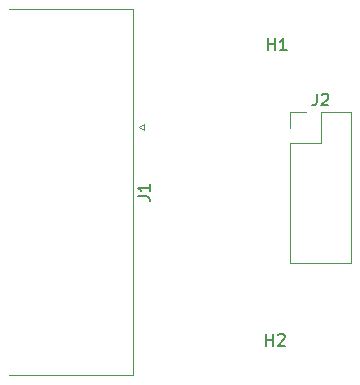
<source format=gbr>
G04 #@! TF.GenerationSoftware,KiCad,Pcbnew,5.0.2-bee76a0~70~ubuntu16.04.1*
G04 #@! TF.CreationDate,2020-03-15T16:19:44-07:00*
G04 #@! TF.ProjectId,DB9_Male,4442395f-4d61-46c6-952e-6b696361645f,rev?*
G04 #@! TF.SameCoordinates,Original*
G04 #@! TF.FileFunction,Legend,Top*
G04 #@! TF.FilePolarity,Positive*
%FSLAX46Y46*%
G04 Gerber Fmt 4.6, Leading zero omitted, Abs format (unit mm)*
G04 Created by KiCad (PCBNEW 5.0.2-bee76a0~70~ubuntu16.04.1) date Sun 15 Mar 2020 16:19:44 PDT*
%MOMM*%
%LPD*%
G01*
G04 APERTURE LIST*
%ADD10C,0.120000*%
%ADD11C,0.150000*%
G04 APERTURE END LIST*
D10*
G04 #@! TO.C,J1*
X149887000Y-38442000D02*
X160367000Y-38442000D01*
X160367000Y-38442000D02*
X160367000Y-69412000D01*
X160367000Y-69412000D02*
X149887000Y-69412000D01*
X161261338Y-48137000D02*
X161261338Y-48637000D01*
X161261338Y-48637000D02*
X160828325Y-48387000D01*
X160828325Y-48387000D02*
X161261338Y-48137000D01*
G04 #@! TO.C,J2*
X173643601Y-59949401D02*
X178843601Y-59949401D01*
X173643601Y-49729401D02*
X173643601Y-59949401D01*
X178843601Y-47129401D02*
X178843601Y-59949401D01*
X173643601Y-49729401D02*
X176243601Y-49729401D01*
X176243601Y-49729401D02*
X176243601Y-47129401D01*
X176243601Y-47129401D02*
X178843601Y-47129401D01*
X173643601Y-48459401D02*
X173643601Y-47129401D01*
X173643601Y-47129401D02*
X174973601Y-47129401D01*
G04 #@! TO.C,H1*
D11*
X171805695Y-41905180D02*
X171805695Y-40905180D01*
X171805695Y-41381371D02*
X172377123Y-41381371D01*
X172377123Y-41905180D02*
X172377123Y-40905180D01*
X173377123Y-41905180D02*
X172805695Y-41905180D01*
X173091409Y-41905180D02*
X173091409Y-40905180D01*
X172996171Y-41048038D01*
X172900933Y-41143276D01*
X172805695Y-41190895D01*
G04 #@! TO.C,H2*
X171653295Y-66924180D02*
X171653295Y-65924180D01*
X171653295Y-66400371D02*
X172224723Y-66400371D01*
X172224723Y-66924180D02*
X172224723Y-65924180D01*
X172653295Y-66019419D02*
X172700914Y-65971800D01*
X172796152Y-65924180D01*
X173034247Y-65924180D01*
X173129485Y-65971800D01*
X173177104Y-66019419D01*
X173224723Y-66114657D01*
X173224723Y-66209895D01*
X173177104Y-66352752D01*
X172605676Y-66924180D01*
X173224723Y-66924180D01*
G04 #@! TO.C,J1*
X160759380Y-54260333D02*
X161473666Y-54260333D01*
X161616523Y-54307952D01*
X161711761Y-54403190D01*
X161759380Y-54546047D01*
X161759380Y-54641285D01*
X161759380Y-53260333D02*
X161759380Y-53831761D01*
X161759380Y-53546047D02*
X160759380Y-53546047D01*
X160902238Y-53641285D01*
X160997476Y-53736523D01*
X161045095Y-53831761D01*
G04 #@! TO.C,J2*
X175910267Y-45581781D02*
X175910267Y-46296067D01*
X175862648Y-46438924D01*
X175767410Y-46534162D01*
X175624553Y-46581781D01*
X175529315Y-46581781D01*
X176338839Y-45677020D02*
X176386458Y-45629401D01*
X176481696Y-45581781D01*
X176719791Y-45581781D01*
X176815029Y-45629401D01*
X176862648Y-45677020D01*
X176910267Y-45772258D01*
X176910267Y-45867496D01*
X176862648Y-46010353D01*
X176291220Y-46581781D01*
X176910267Y-46581781D01*
G04 #@! TD*
M02*

</source>
